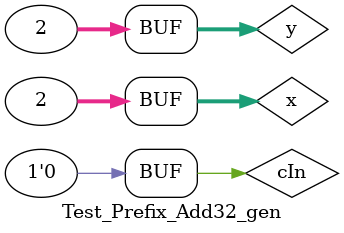
<source format=v>
`include "Prefix_Add32_gen.v"

module Test_Prefix_Add32_gen;
    reg [31:0] x, y;
    reg cIn;
    wire [31:0] s;
    wire cOut;

    Prefix_Add32_gen f(x, y, cIn, s, cOut);
    

    initial
        begin
        
/*        
            #0
            x = 4'h0;
            y = 4'h0;
            cIn = 1'b0;        
*/       
            
            x = 32'h00000002;
            y = 32'h00000002;
            cIn = 1'b0;
            
            #4
            
            
    $monitor("\n\nInput:\n\n  x = %H\n  y = %H\n  cIn = %b\n\nOutput:\n\n  s = %H\n\n  cOut = %b\n\n", x, y, cIn, s, cOut);
       
    end
    
endmodule    


</source>
